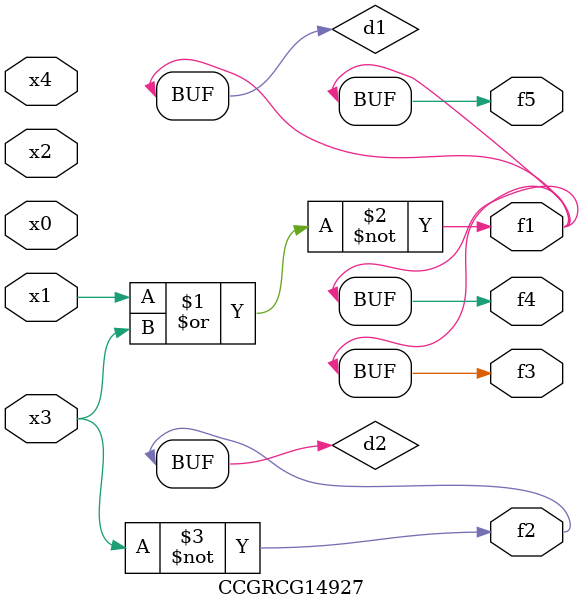
<source format=v>
module CCGRCG14927(
	input x0, x1, x2, x3, x4,
	output f1, f2, f3, f4, f5
);

	wire d1, d2;

	nor (d1, x1, x3);
	not (d2, x3);
	assign f1 = d1;
	assign f2 = d2;
	assign f3 = d1;
	assign f4 = d1;
	assign f5 = d1;
endmodule

</source>
